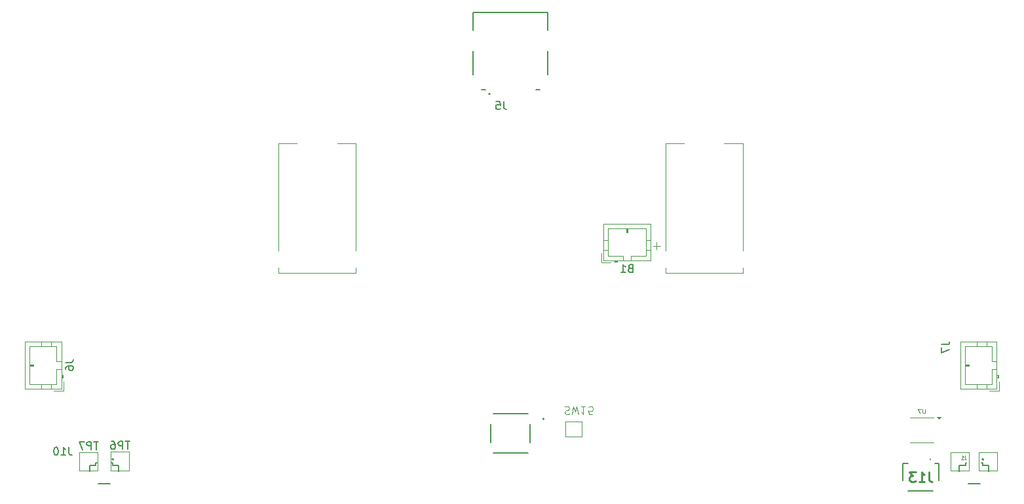
<source format=gbr>
%TF.GenerationSoftware,KiCad,Pcbnew,8.0.2*%
%TF.CreationDate,2024-07-24T16:00:10-07:00*%
%TF.ProjectId,UGC_Main_R4,5547435f-4d61-4696-9e5f-52342e6b6963,rev?*%
%TF.SameCoordinates,Original*%
%TF.FileFunction,Legend,Bot*%
%TF.FilePolarity,Positive*%
%FSLAX46Y46*%
G04 Gerber Fmt 4.6, Leading zero omitted, Abs format (unit mm)*
G04 Created by KiCad (PCBNEW 8.0.2) date 2024-07-24 16:00:10*
%MOMM*%
%LPD*%
G01*
G04 APERTURE LIST*
%ADD10C,0.120000*%
%ADD11C,0.150000*%
%ADD12C,0.100000*%
%ADD13C,0.254000*%
%ADD14C,0.125000*%
%ADD15C,0.127000*%
%ADD16C,0.200000*%
G04 APERTURE END LIST*
D10*
X237850033Y-111226193D02*
X236897653Y-111226193D01*
X237373843Y-111702383D02*
X237373843Y-110750002D01*
D11*
X165193504Y-136547219D02*
X164622076Y-136547219D01*
X164907790Y-137547219D02*
X164907790Y-136547219D01*
X164288742Y-137547219D02*
X164288742Y-136547219D01*
X164288742Y-136547219D02*
X163907790Y-136547219D01*
X163907790Y-136547219D02*
X163812552Y-136594838D01*
X163812552Y-136594838D02*
X163764933Y-136642457D01*
X163764933Y-136642457D02*
X163717314Y-136737695D01*
X163717314Y-136737695D02*
X163717314Y-136880552D01*
X163717314Y-136880552D02*
X163764933Y-136975790D01*
X163764933Y-136975790D02*
X163812552Y-137023409D01*
X163812552Y-137023409D02*
X163907790Y-137071028D01*
X163907790Y-137071028D02*
X164288742Y-137071028D01*
X163383980Y-136547219D02*
X162717314Y-136547219D01*
X162717314Y-136547219D02*
X163145885Y-137547219D01*
X161413723Y-137275219D02*
X161413723Y-137989504D01*
X161413723Y-137989504D02*
X161461342Y-138132361D01*
X161461342Y-138132361D02*
X161556580Y-138227600D01*
X161556580Y-138227600D02*
X161699437Y-138275219D01*
X161699437Y-138275219D02*
X161794675Y-138275219D01*
X160413723Y-138275219D02*
X160985151Y-138275219D01*
X160699437Y-138275219D02*
X160699437Y-137275219D01*
X160699437Y-137275219D02*
X160794675Y-137418076D01*
X160794675Y-137418076D02*
X160889913Y-137513314D01*
X160889913Y-137513314D02*
X160985151Y-137560933D01*
X159794675Y-137275219D02*
X159699437Y-137275219D01*
X159699437Y-137275219D02*
X159604199Y-137322838D01*
X159604199Y-137322838D02*
X159556580Y-137370457D01*
X159556580Y-137370457D02*
X159508961Y-137465695D01*
X159508961Y-137465695D02*
X159461342Y-137656171D01*
X159461342Y-137656171D02*
X159461342Y-137894266D01*
X159461342Y-137894266D02*
X159508961Y-138084742D01*
X159508961Y-138084742D02*
X159556580Y-138179980D01*
X159556580Y-138179980D02*
X159604199Y-138227600D01*
X159604199Y-138227600D02*
X159699437Y-138275219D01*
X159699437Y-138275219D02*
X159794675Y-138275219D01*
X159794675Y-138275219D02*
X159889913Y-138227600D01*
X159889913Y-138227600D02*
X159937532Y-138179980D01*
X159937532Y-138179980D02*
X159985151Y-138084742D01*
X159985151Y-138084742D02*
X160032770Y-137894266D01*
X160032770Y-137894266D02*
X160032770Y-137656171D01*
X160032770Y-137656171D02*
X159985151Y-137465695D01*
X159985151Y-137465695D02*
X159937532Y-137370457D01*
X159937532Y-137370457D02*
X159889913Y-137322838D01*
X159889913Y-137322838D02*
X159794675Y-137275219D01*
D12*
X225480076Y-132035200D02*
X225622933Y-131987580D01*
X225622933Y-131987580D02*
X225861028Y-131987580D01*
X225861028Y-131987580D02*
X225956266Y-132035200D01*
X225956266Y-132035200D02*
X226003885Y-132082819D01*
X226003885Y-132082819D02*
X226051504Y-132178057D01*
X226051504Y-132178057D02*
X226051504Y-132273295D01*
X226051504Y-132273295D02*
X226003885Y-132368533D01*
X226003885Y-132368533D02*
X225956266Y-132416152D01*
X225956266Y-132416152D02*
X225861028Y-132463771D01*
X225861028Y-132463771D02*
X225670552Y-132511390D01*
X225670552Y-132511390D02*
X225575314Y-132559009D01*
X225575314Y-132559009D02*
X225527695Y-132606628D01*
X225527695Y-132606628D02*
X225480076Y-132701866D01*
X225480076Y-132701866D02*
X225480076Y-132797104D01*
X225480076Y-132797104D02*
X225527695Y-132892342D01*
X225527695Y-132892342D02*
X225575314Y-132939961D01*
X225575314Y-132939961D02*
X225670552Y-132987580D01*
X225670552Y-132987580D02*
X225908647Y-132987580D01*
X225908647Y-132987580D02*
X226051504Y-132939961D01*
X226384838Y-132987580D02*
X226622933Y-131987580D01*
X226622933Y-131987580D02*
X226813409Y-132701866D01*
X226813409Y-132701866D02*
X227003885Y-131987580D01*
X227003885Y-131987580D02*
X227241981Y-132987580D01*
X228146742Y-131987580D02*
X227575314Y-131987580D01*
X227861028Y-131987580D02*
X227861028Y-132987580D01*
X227861028Y-132987580D02*
X227765790Y-132844723D01*
X227765790Y-132844723D02*
X227670552Y-132749485D01*
X227670552Y-132749485D02*
X227575314Y-132701866D01*
X229051504Y-132987580D02*
X228575314Y-132987580D01*
X228575314Y-132987580D02*
X228527695Y-132511390D01*
X228527695Y-132511390D02*
X228575314Y-132559009D01*
X228575314Y-132559009D02*
X228670552Y-132606628D01*
X228670552Y-132606628D02*
X228908647Y-132606628D01*
X228908647Y-132606628D02*
X229003885Y-132559009D01*
X229003885Y-132559009D02*
X229051504Y-132511390D01*
X229051504Y-132511390D02*
X229099123Y-132416152D01*
X229099123Y-132416152D02*
X229099123Y-132178057D01*
X229099123Y-132178057D02*
X229051504Y-132082819D01*
X229051504Y-132082819D02*
X229003885Y-132035200D01*
X229003885Y-132035200D02*
X228908647Y-131987580D01*
X228908647Y-131987580D02*
X228670552Y-131987580D01*
X228670552Y-131987580D02*
X228575314Y-132035200D01*
X228575314Y-132035200D02*
X228527695Y-132082819D01*
D11*
X169257504Y-136521819D02*
X168686076Y-136521819D01*
X168971790Y-137521819D02*
X168971790Y-136521819D01*
X168352742Y-137521819D02*
X168352742Y-136521819D01*
X168352742Y-136521819D02*
X167971790Y-136521819D01*
X167971790Y-136521819D02*
X167876552Y-136569438D01*
X167876552Y-136569438D02*
X167828933Y-136617057D01*
X167828933Y-136617057D02*
X167781314Y-136712295D01*
X167781314Y-136712295D02*
X167781314Y-136855152D01*
X167781314Y-136855152D02*
X167828933Y-136950390D01*
X167828933Y-136950390D02*
X167876552Y-136998009D01*
X167876552Y-136998009D02*
X167971790Y-137045628D01*
X167971790Y-137045628D02*
X168352742Y-137045628D01*
X166924171Y-136521819D02*
X167114647Y-136521819D01*
X167114647Y-136521819D02*
X167209885Y-136569438D01*
X167209885Y-136569438D02*
X167257504Y-136617057D01*
X167257504Y-136617057D02*
X167352742Y-136759914D01*
X167352742Y-136759914D02*
X167400361Y-136950390D01*
X167400361Y-136950390D02*
X167400361Y-137331342D01*
X167400361Y-137331342D02*
X167352742Y-137426580D01*
X167352742Y-137426580D02*
X167305123Y-137474200D01*
X167305123Y-137474200D02*
X167209885Y-137521819D01*
X167209885Y-137521819D02*
X167019409Y-137521819D01*
X167019409Y-137521819D02*
X166924171Y-137474200D01*
X166924171Y-137474200D02*
X166876552Y-137426580D01*
X166876552Y-137426580D02*
X166828933Y-137331342D01*
X166828933Y-137331342D02*
X166828933Y-137093247D01*
X166828933Y-137093247D02*
X166876552Y-136998009D01*
X166876552Y-136998009D02*
X166924171Y-136950390D01*
X166924171Y-136950390D02*
X167019409Y-136902771D01*
X167019409Y-136902771D02*
X167209885Y-136902771D01*
X167209885Y-136902771D02*
X167305123Y-136950390D01*
X167305123Y-136950390D02*
X167352742Y-136998009D01*
X167352742Y-136998009D02*
X167400361Y-137093247D01*
X274206619Y-123974266D02*
X274920904Y-123974266D01*
X274920904Y-123974266D02*
X275063761Y-123926647D01*
X275063761Y-123926647D02*
X275159000Y-123831409D01*
X275159000Y-123831409D02*
X275206619Y-123688552D01*
X275206619Y-123688552D02*
X275206619Y-123593314D01*
X274206619Y-124355219D02*
X274206619Y-125021885D01*
X274206619Y-125021885D02*
X275206619Y-124593314D01*
D13*
X272518267Y-140460898D02*
X272518267Y-141368041D01*
X272518267Y-141368041D02*
X272578744Y-141549469D01*
X272578744Y-141549469D02*
X272699696Y-141670422D01*
X272699696Y-141670422D02*
X272881125Y-141730898D01*
X272881125Y-141730898D02*
X273002077Y-141730898D01*
X271248267Y-141730898D02*
X271973982Y-141730898D01*
X271611125Y-141730898D02*
X271611125Y-140460898D01*
X271611125Y-140460898D02*
X271732077Y-140642326D01*
X271732077Y-140642326D02*
X271853029Y-140763279D01*
X271853029Y-140763279D02*
X271973982Y-140823755D01*
X270824934Y-140460898D02*
X270038743Y-140460898D01*
X270038743Y-140460898D02*
X270462077Y-140944707D01*
X270462077Y-140944707D02*
X270280648Y-140944707D01*
X270280648Y-140944707D02*
X270159696Y-141005183D01*
X270159696Y-141005183D02*
X270099220Y-141065660D01*
X270099220Y-141065660D02*
X270038743Y-141186612D01*
X270038743Y-141186612D02*
X270038743Y-141488993D01*
X270038743Y-141488993D02*
X270099220Y-141609945D01*
X270099220Y-141609945D02*
X270159696Y-141670422D01*
X270159696Y-141670422D02*
X270280648Y-141730898D01*
X270280648Y-141730898D02*
X270643505Y-141730898D01*
X270643505Y-141730898D02*
X270764458Y-141670422D01*
X270764458Y-141670422D02*
X270824934Y-141609945D01*
D14*
X277229866Y-138383409D02*
X277229866Y-138740552D01*
X277229866Y-138740552D02*
X277253675Y-138811980D01*
X277253675Y-138811980D02*
X277301294Y-138859600D01*
X277301294Y-138859600D02*
X277372723Y-138883409D01*
X277372723Y-138883409D02*
X277420342Y-138883409D01*
X276729866Y-138883409D02*
X277015580Y-138883409D01*
X276872723Y-138883409D02*
X276872723Y-138383409D01*
X276872723Y-138383409D02*
X276920342Y-138454838D01*
X276920342Y-138454838D02*
X276967961Y-138502457D01*
X276967961Y-138502457D02*
X277015580Y-138526266D01*
D11*
X233952357Y-114116480D02*
X233809500Y-114164099D01*
X233809500Y-114164099D02*
X233761881Y-114211718D01*
X233761881Y-114211718D02*
X233714262Y-114306956D01*
X233714262Y-114306956D02*
X233714262Y-114449813D01*
X233714262Y-114449813D02*
X233761881Y-114545051D01*
X233761881Y-114545051D02*
X233809500Y-114592671D01*
X233809500Y-114592671D02*
X233904738Y-114640290D01*
X233904738Y-114640290D02*
X234285690Y-114640290D01*
X234285690Y-114640290D02*
X234285690Y-113640290D01*
X234285690Y-113640290D02*
X233952357Y-113640290D01*
X233952357Y-113640290D02*
X233857119Y-113687909D01*
X233857119Y-113687909D02*
X233809500Y-113735528D01*
X233809500Y-113735528D02*
X233761881Y-113830766D01*
X233761881Y-113830766D02*
X233761881Y-113926004D01*
X233761881Y-113926004D02*
X233809500Y-114021242D01*
X233809500Y-114021242D02*
X233857119Y-114068861D01*
X233857119Y-114068861D02*
X233952357Y-114116480D01*
X233952357Y-114116480D02*
X234285690Y-114116480D01*
X232761881Y-114640290D02*
X233333309Y-114640290D01*
X233047595Y-114640290D02*
X233047595Y-113640290D01*
X233047595Y-113640290D02*
X233142833Y-113783147D01*
X233142833Y-113783147D02*
X233238071Y-113878385D01*
X233238071Y-113878385D02*
X233333309Y-113926004D01*
X160977819Y-126301666D02*
X161692104Y-126301666D01*
X161692104Y-126301666D02*
X161834961Y-126254047D01*
X161834961Y-126254047D02*
X161930200Y-126158809D01*
X161930200Y-126158809D02*
X161977819Y-126015952D01*
X161977819Y-126015952D02*
X161977819Y-125920714D01*
X160977819Y-127206428D02*
X160977819Y-127015952D01*
X160977819Y-127015952D02*
X161025438Y-126920714D01*
X161025438Y-126920714D02*
X161073057Y-126873095D01*
X161073057Y-126873095D02*
X161215914Y-126777857D01*
X161215914Y-126777857D02*
X161406390Y-126730238D01*
X161406390Y-126730238D02*
X161787342Y-126730238D01*
X161787342Y-126730238D02*
X161882580Y-126777857D01*
X161882580Y-126777857D02*
X161930200Y-126825476D01*
X161930200Y-126825476D02*
X161977819Y-126920714D01*
X161977819Y-126920714D02*
X161977819Y-127111190D01*
X161977819Y-127111190D02*
X161930200Y-127206428D01*
X161930200Y-127206428D02*
X161882580Y-127254047D01*
X161882580Y-127254047D02*
X161787342Y-127301666D01*
X161787342Y-127301666D02*
X161549247Y-127301666D01*
X161549247Y-127301666D02*
X161454009Y-127254047D01*
X161454009Y-127254047D02*
X161406390Y-127206428D01*
X161406390Y-127206428D02*
X161358771Y-127111190D01*
X161358771Y-127111190D02*
X161358771Y-126920714D01*
X161358771Y-126920714D02*
X161406390Y-126825476D01*
X161406390Y-126825476D02*
X161454009Y-126777857D01*
X161454009Y-126777857D02*
X161549247Y-126730238D01*
X217590563Y-92552798D02*
X217590563Y-93268467D01*
X217590563Y-93268467D02*
X217638275Y-93411601D01*
X217638275Y-93411601D02*
X217733697Y-93507024D01*
X217733697Y-93507024D02*
X217876831Y-93554735D01*
X217876831Y-93554735D02*
X217972254Y-93554735D01*
X216636337Y-92552798D02*
X217113450Y-92552798D01*
X217113450Y-92552798D02*
X217161161Y-93029911D01*
X217161161Y-93029911D02*
X217113450Y-92982199D01*
X217113450Y-92982199D02*
X217018028Y-92934488D01*
X217018028Y-92934488D02*
X216779471Y-92934488D01*
X216779471Y-92934488D02*
X216684049Y-92982199D01*
X216684049Y-92982199D02*
X216636337Y-93029911D01*
X216636337Y-93029911D02*
X216588626Y-93125333D01*
X216588626Y-93125333D02*
X216588626Y-93363890D01*
X216588626Y-93363890D02*
X216636337Y-93459312D01*
X216636337Y-93459312D02*
X216684049Y-93507024D01*
X216684049Y-93507024D02*
X216779471Y-93554735D01*
X216779471Y-93554735D02*
X217018028Y-93554735D01*
X217018028Y-93554735D02*
X217113450Y-93507024D01*
X217113450Y-93507024D02*
X217161161Y-93459312D01*
D10*
X272046647Y-132325400D02*
X272046647Y-132770638D01*
X272046647Y-132770638D02*
X272020457Y-132823019D01*
X272020457Y-132823019D02*
X271994266Y-132849210D01*
X271994266Y-132849210D02*
X271941885Y-132875400D01*
X271941885Y-132875400D02*
X271837123Y-132875400D01*
X271837123Y-132875400D02*
X271784742Y-132849210D01*
X271784742Y-132849210D02*
X271758552Y-132823019D01*
X271758552Y-132823019D02*
X271732361Y-132770638D01*
X271732361Y-132770638D02*
X271732361Y-132325400D01*
X271522838Y-132325400D02*
X271156171Y-132325400D01*
X271156171Y-132325400D02*
X271391886Y-132875400D01*
D15*
%TO.C,SW14*%
X215933657Y-134304400D02*
X215933657Y-136664400D01*
X220733657Y-132934400D02*
X216233657Y-132934400D01*
X220733657Y-138034400D02*
X216233657Y-138034400D01*
X221033657Y-136664400D02*
X221033657Y-134304400D01*
D16*
X222833657Y-133609400D02*
G75*
G02*
X222633657Y-133609400I-100000J0D01*
G01*
X222633657Y-133609400D02*
G75*
G02*
X222833657Y-133609400I100000J0D01*
G01*
D10*
%TO.C,TP7*%
X162731600Y-137890400D02*
X165131600Y-137890400D01*
X162731600Y-140290400D02*
X162731600Y-137890400D01*
X165131600Y-137890400D02*
X165131600Y-140290400D01*
X165131600Y-140290400D02*
X162731600Y-140290400D01*
D15*
%TO.C,J10*%
X164063600Y-139614800D02*
X164863600Y-139614800D01*
X164063600Y-140351800D02*
X164063600Y-139614800D01*
X164863600Y-139614800D02*
X164863600Y-139314800D01*
X165000600Y-139314800D02*
X164863600Y-139314800D01*
X165177600Y-142014800D02*
X166749600Y-142014800D01*
X166926600Y-139314800D02*
X167063600Y-139314800D01*
X167063600Y-139314800D02*
X167063600Y-139614800D01*
X167063600Y-139614800D02*
X167863600Y-139614800D01*
X167863600Y-140351800D02*
X167863600Y-139614800D01*
D16*
X167188600Y-138839800D02*
G75*
G02*
X166988600Y-138839800I-100000J0D01*
G01*
X166988600Y-138839800D02*
G75*
G02*
X167188600Y-138839800I100000J0D01*
G01*
D10*
%TO.C,TP1*%
X275355200Y-137890400D02*
X277755200Y-137890400D01*
X275355200Y-140290400D02*
X275355200Y-137890400D01*
X277755200Y-137890400D02*
X277755200Y-140290400D01*
X277755200Y-140290400D02*
X275355200Y-140290400D01*
%TO.C,SW15*%
D12*
X227676000Y-133971400D02*
X225574400Y-133971400D01*
X225574400Y-135869800D01*
X227676000Y-135869800D01*
X227676000Y-133971400D01*
D10*
%TO.C,TP6*%
X166795600Y-137865000D02*
X169195600Y-137865000D01*
X166795600Y-140265000D02*
X166795600Y-137865000D01*
X169195600Y-137865000D02*
X169195600Y-140265000D01*
X169195600Y-140265000D02*
X166795600Y-140265000D01*
%TO.C,J7*%
X276591600Y-123575000D02*
X276591600Y-129695000D01*
X276591600Y-129695000D02*
X281311600Y-129695000D01*
X277201600Y-124185000D02*
X277201600Y-129085000D01*
X277201600Y-126535000D02*
X277701600Y-126535000D01*
X277201600Y-129085000D02*
X280701600Y-129085000D01*
X277701600Y-126535000D02*
X277701600Y-126735000D01*
X277701600Y-126635000D02*
X277201600Y-126635000D01*
X277701600Y-126735000D02*
X277201600Y-126735000D01*
X278701600Y-124185000D02*
X278701600Y-123575000D01*
X278701600Y-129085000D02*
X278701600Y-129695000D01*
X280001600Y-124185000D02*
X280001600Y-123575000D01*
X280001600Y-129085000D02*
X280001600Y-129695000D01*
X280361600Y-129995000D02*
X281611600Y-129995000D01*
X280701600Y-124185000D02*
X277201600Y-124185000D01*
X280701600Y-126135000D02*
X280701600Y-124185000D01*
X280701600Y-127135000D02*
X281311600Y-127135000D01*
X280701600Y-129085000D02*
X280701600Y-127135000D01*
X281311600Y-123575000D02*
X276591600Y-123575000D01*
X281311600Y-126135000D02*
X280701600Y-126135000D01*
X281311600Y-128235000D02*
X281511600Y-128235000D01*
X281311600Y-129695000D02*
X281311600Y-123575000D01*
X281411600Y-128235000D02*
X281411600Y-127935000D01*
X281511600Y-127935000D02*
X281311600Y-127935000D01*
X281511600Y-128235000D02*
X281511600Y-127935000D01*
X281611600Y-129995000D02*
X281611600Y-128745000D01*
D16*
%TO.C,J13*%
X269140173Y-139356580D02*
X269890173Y-139356580D01*
X269140173Y-141556580D02*
X269140173Y-139356580D01*
X269890173Y-142956580D02*
X273090173Y-142956580D01*
D12*
X272690173Y-138756580D02*
X272690173Y-138756580D01*
X272690173Y-138856580D02*
X272690173Y-138856580D01*
D16*
X273840173Y-139356580D02*
X273290173Y-139356580D01*
X273840173Y-141556580D02*
X273840173Y-139356580D01*
D12*
X272690173Y-138756580D02*
G75*
G02*
X272690173Y-138856580I0J-50000D01*
G01*
X272690173Y-138856580D02*
G75*
G02*
X272690173Y-138756580I0J50000D01*
G01*
%TO.C,RV2*%
X238483657Y-97934400D02*
X240893657Y-97934400D01*
X238483657Y-111874400D02*
X238483657Y-97934400D01*
X238483657Y-114054400D02*
X238483657Y-114684400D01*
X238483657Y-114684400D02*
X248483657Y-114684400D01*
X246073657Y-97934400D02*
X248483657Y-97934400D01*
X248483657Y-111874400D02*
X248483657Y-97934400D01*
X248483657Y-114059400D02*
X248483657Y-114684400D01*
D10*
%TO.C,TP2*%
X278999742Y-137896669D02*
X281399742Y-137896669D01*
X278999742Y-140296669D02*
X278999742Y-137896669D01*
X281399742Y-137896669D02*
X281399742Y-140296669D01*
X281399742Y-140296669D02*
X278999742Y-140296669D01*
D15*
%TO.C,J1*%
X276484000Y-139614800D02*
X277284000Y-139614800D01*
X276484000Y-140351800D02*
X276484000Y-139614800D01*
X277284000Y-139614800D02*
X277284000Y-139314800D01*
X277421000Y-139314800D02*
X277284000Y-139314800D01*
X277598000Y-142014800D02*
X279170000Y-142014800D01*
X279347000Y-139314800D02*
X279484000Y-139314800D01*
X279484000Y-139314800D02*
X279484000Y-139614800D01*
X279484000Y-139614800D02*
X280284000Y-139614800D01*
X280284000Y-140351800D02*
X280284000Y-139614800D01*
D16*
X279609000Y-138839800D02*
G75*
G02*
X279409000Y-138839800I-100000J0D01*
G01*
X279409000Y-138839800D02*
G75*
G02*
X279609000Y-138839800I100000J0D01*
G01*
D10*
%TO.C,B1*%
X230187596Y-112145471D02*
X230187596Y-113395471D01*
X230187596Y-113395471D02*
X231437596Y-113395471D01*
X230487596Y-108375471D02*
X230487596Y-113095471D01*
X230487596Y-113095471D02*
X236607596Y-113095471D01*
X231097596Y-108985471D02*
X231097596Y-112485471D01*
X231097596Y-110485471D02*
X230487596Y-110485471D01*
X231097596Y-111785471D02*
X230487596Y-111785471D01*
X231097596Y-112485471D02*
X233047596Y-112485471D01*
X231947596Y-113095471D02*
X231947596Y-113295471D01*
X231947596Y-113195471D02*
X232247596Y-113195471D01*
X231947596Y-113295471D02*
X232247596Y-113295471D01*
X232247596Y-113295471D02*
X232247596Y-113095471D01*
X233047596Y-112485471D02*
X233047596Y-113095471D01*
X233447596Y-109485471D02*
X233447596Y-108985471D01*
X233547596Y-109485471D02*
X233547596Y-108985471D01*
X233647596Y-108985471D02*
X233647596Y-109485471D01*
X233647596Y-109485471D02*
X233447596Y-109485471D01*
X234047596Y-112485471D02*
X235997596Y-112485471D01*
X234047596Y-113095471D02*
X234047596Y-112485471D01*
X235997596Y-108985471D02*
X231097596Y-108985471D01*
X235997596Y-110485471D02*
X236607596Y-110485471D01*
X235997596Y-111785471D02*
X236607596Y-111785471D01*
X235997596Y-112485471D02*
X235997596Y-108985471D01*
X236607596Y-108375471D02*
X230487596Y-108375471D01*
X236607596Y-113095471D02*
X236607596Y-108375471D01*
%TO.C,J6*%
X155713000Y-123575000D02*
X155713000Y-129695000D01*
X155713000Y-129695000D02*
X160433000Y-129695000D01*
X156323000Y-124185000D02*
X156323000Y-129085000D01*
X156323000Y-126535000D02*
X156823000Y-126535000D01*
X156323000Y-129085000D02*
X159823000Y-129085000D01*
X156823000Y-126535000D02*
X156823000Y-126735000D01*
X156823000Y-126635000D02*
X156323000Y-126635000D01*
X156823000Y-126735000D02*
X156323000Y-126735000D01*
X157823000Y-124185000D02*
X157823000Y-123575000D01*
X157823000Y-129085000D02*
X157823000Y-129695000D01*
X159123000Y-124185000D02*
X159123000Y-123575000D01*
X159123000Y-129085000D02*
X159123000Y-129695000D01*
X159483000Y-129995000D02*
X160733000Y-129995000D01*
X159823000Y-124185000D02*
X156323000Y-124185000D01*
X159823000Y-126135000D02*
X159823000Y-124185000D01*
X159823000Y-127135000D02*
X160433000Y-127135000D01*
X159823000Y-129085000D02*
X159823000Y-127135000D01*
X160433000Y-123575000D02*
X155713000Y-123575000D01*
X160433000Y-126135000D02*
X159823000Y-126135000D01*
X160433000Y-128235000D02*
X160633000Y-128235000D01*
X160433000Y-129695000D02*
X160433000Y-123575000D01*
X160533000Y-128235000D02*
X160533000Y-127935000D01*
X160633000Y-127935000D02*
X160433000Y-127935000D01*
X160633000Y-128235000D02*
X160633000Y-127935000D01*
X160733000Y-129995000D02*
X160733000Y-128745000D01*
D15*
%TO.C,J5*%
X213658635Y-81054400D02*
X223308635Y-81054400D01*
X213658635Y-83304400D02*
X213658635Y-81054400D01*
X213658635Y-89054400D02*
X213658635Y-86054400D01*
X215233635Y-91054400D02*
X214733635Y-91054400D01*
X222233635Y-91054400D02*
X221733635Y-91054400D01*
X223308635Y-81054400D02*
X223308635Y-83304400D01*
X223308635Y-86054400D02*
X223308635Y-89054400D01*
D16*
X215833635Y-91554400D02*
G75*
G02*
X215633635Y-91554400I-100000J0D01*
G01*
X215633635Y-91554400D02*
G75*
G02*
X215833635Y-91554400I100000J0D01*
G01*
D10*
%TO.C,U7*%
X270127600Y-133467200D02*
X271627600Y-133467200D01*
X270127600Y-136687200D02*
X271627600Y-136687200D01*
X273127600Y-133467200D02*
X271627600Y-133467200D01*
X273127600Y-136687200D02*
X271627600Y-136687200D01*
X273840100Y-133642200D02*
X273600100Y-133312200D01*
X274080100Y-133312200D01*
X273840100Y-133642200D01*
G36*
X273840100Y-133642200D02*
G01*
X273600100Y-133312200D01*
X274080100Y-133312200D01*
X273840100Y-133642200D01*
G37*
D12*
%TO.C,RV1*%
X188483657Y-97934400D02*
X190893657Y-97934400D01*
X188483657Y-111874400D02*
X188483657Y-97934400D01*
X188483657Y-114054400D02*
X188483657Y-114684400D01*
X188483657Y-114684400D02*
X198483657Y-114684400D01*
X196073657Y-97934400D02*
X198483657Y-97934400D01*
X198483657Y-111874400D02*
X198483657Y-97934400D01*
X198483657Y-114059400D02*
X198483657Y-114684400D01*
%TD*%
M02*

</source>
